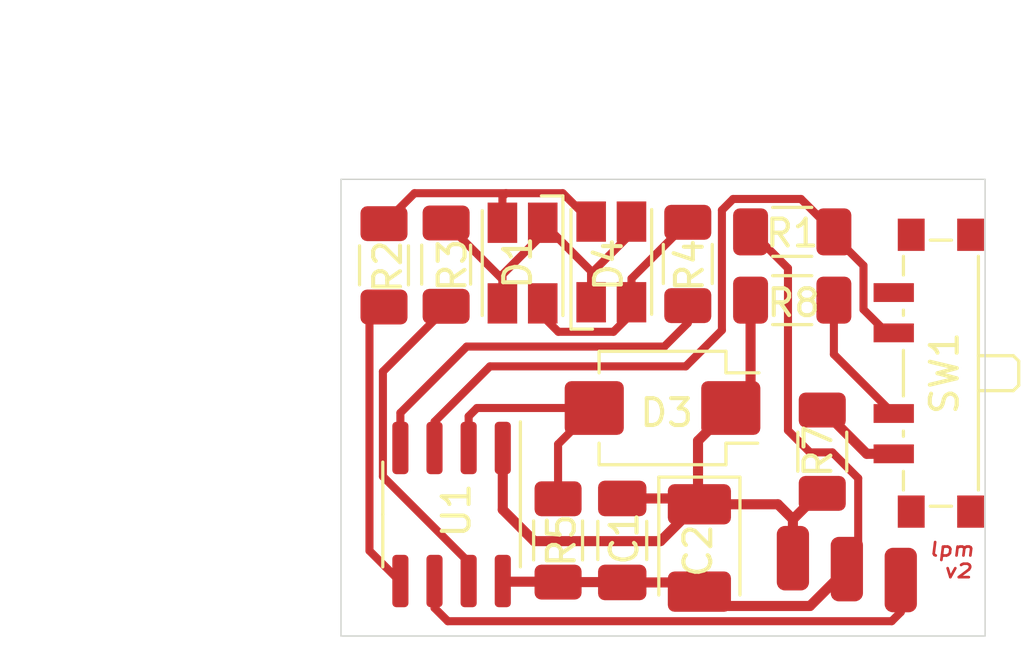
<source format=kicad_pcb>
(kicad_pcb (version 20171130) (host pcbnew "(5.1.10)-1")

  (general
    (thickness 0.8)
    (drawings 9)
    (tracks 102)
    (zones 0)
    (modules 17)
    (nets 15)
  )

  (page A4)
  (layers
    (0 F.Cu signal)
    (31 B.Cu signal)
    (32 B.Adhes user)
    (33 F.Adhes user)
    (34 B.Paste user)
    (35 F.Paste user)
    (36 B.SilkS user)
    (37 F.SilkS user)
    (38 B.Mask user)
    (39 F.Mask user)
    (40 Dwgs.User user)
    (41 Cmts.User user)
    (42 Eco1.User user)
    (43 Eco2.User user)
    (44 Edge.Cuts user)
    (45 Margin user)
    (46 B.CrtYd user)
    (47 F.CrtYd user)
    (48 B.Fab user)
    (49 F.Fab user hide)
  )

  (setup
    (last_trace_width 0.25)
    (user_trace_width 0.3)
    (user_trace_width 0.375)
    (trace_clearance 0.2)
    (zone_clearance 0.508)
    (zone_45_only no)
    (trace_min 0.2)
    (via_size 0.8)
    (via_drill 0.4)
    (via_min_size 0.4)
    (via_min_drill 0.3)
    (uvia_size 0.3)
    (uvia_drill 0.1)
    (uvias_allowed no)
    (uvia_min_size 0.2)
    (uvia_min_drill 0.1)
    (edge_width 0.1)
    (segment_width 0.2)
    (pcb_text_width 0.3)
    (pcb_text_size 1.5 1.5)
    (mod_edge_width 0.15)
    (mod_text_size 1 1)
    (mod_text_width 0.15)
    (pad_size 1.5 1)
    (pad_drill 0)
    (pad_to_mask_clearance 0)
    (aux_axis_origin 0 0)
    (visible_elements 7FFFFFFF)
    (pcbplotparams
      (layerselection 0x20080_7ffffffe)
      (usegerberextensions false)
      (usegerberattributes true)
      (usegerberadvancedattributes true)
      (creategerberjobfile true)
      (excludeedgelayer false)
      (linewidth 0.100000)
      (plotframeref false)
      (viasonmask false)
      (mode 1)
      (useauxorigin false)
      (hpglpennumber 1)
      (hpglpenspeed 20)
      (hpglpendiameter 15.000000)
      (psnegative false)
      (psa4output false)
      (plotreference true)
      (plotvalue true)
      (plotinvisibletext true)
      (padsonsilk true)
      (subtractmaskfromsilk false)
      (outputformat 5)
      (mirror false)
      (drillshape 1)
      (scaleselection 1)
      (outputdirectory ""))
  )

  (net 0 "")
  (net 1 VCC)
  (net 2 GND)
  (net 3 "Net-(D1-Pad1)")
  (net 4 "Net-(D1-Pad3)")
  (net 5 "Net-(D1-Pad2)")
  (net 6 "Net-(D3-Pad2)")
  (net 7 "Net-(R1-Pad1)")
  (net 8 "Net-(R2-Pad2)")
  (net 9 "Net-(R3-Pad2)")
  (net 10 "Net-(R4-Pad2)")
  (net 11 "Net-(R7-Pad2)")
  (net 12 "Net-(R8-Pad2)")
  (net 13 "Net-(SW1-Pad4)")
  (net 14 "Net-(U1-Pad6)")

  (net_class Default "This is the default net class."
    (clearance 0.2)
    (trace_width 0.25)
    (via_dia 0.8)
    (via_drill 0.4)
    (uvia_dia 0.3)
    (uvia_drill 0.1)
    (add_net GND)
    (add_net "Net-(D1-Pad1)")
    (add_net "Net-(D1-Pad2)")
    (add_net "Net-(D1-Pad3)")
    (add_net "Net-(D3-Pad2)")
    (add_net "Net-(R1-Pad1)")
    (add_net "Net-(R2-Pad2)")
    (add_net "Net-(R3-Pad2)")
    (add_net "Net-(R4-Pad2)")
    (add_net "Net-(R7-Pad2)")
    (add_net "Net-(R8-Pad2)")
    (add_net "Net-(SW1-Pad4)")
    (add_net "Net-(U1-Pad6)")
    (add_net VCC)
  )

  (module Connector_Wire:SolderWirePad_1x01_SMD_1x2mm (layer F.Cu) (tedit 61D0A3C7) (tstamp 61D0A70B)
    (at 95.6564 87.376)
    (descr "Wire Pad, Square, SMD Pad,  5mm x 10mm,")
    (tags "MesurementPoint Square SMDPad 5mmx10mm ")
    (attr virtual)
    (fp_text reference UPDI (at 2.7178 3.4798) (layer F.SilkS) hide
      (effects (font (size 1 1) (thickness 0.15)))
    )
    (fp_text value "" (at 0.7874 6.0452) (layer F.Fab)
      (effects (font (size 1 1) (thickness 0.15)))
    )
    (fp_line (start -0.63 1.27) (end -0.63 -1.27) (layer F.Fab) (width 0.1))
    (fp_line (start 0.63 1.27) (end -0.63 1.27) (layer F.Fab) (width 0.1))
    (fp_line (start 0.63 -1.27) (end 0.63 1.27) (layer F.Fab) (width 0.1))
    (fp_line (start -0.63 -1.27) (end 0.63 -1.27) (layer F.Fab) (width 0.1))
    (fp_line (start -0.63 -1.27) (end -0.63 1.27) (layer F.CrtYd) (width 0.05))
    (fp_line (start -0.63 1.27) (end 0.63 1.27) (layer F.CrtYd) (width 0.05))
    (fp_line (start 0.63 1.27) (end 0.63 -1.27) (layer F.CrtYd) (width 0.05))
    (fp_line (start 0.63 -1.27) (end -0.63 -1.27) (layer F.CrtYd) (width 0.05))
    (fp_text user %R (at 1.8288 2.3876) (layer F.Fab)
      (effects (font (size 1 1) (thickness 0.15)))
    )
    (pad 1 smd roundrect (at 0 0) (size 1.2 2.4) (layers F.Cu F.Mask) (roundrect_rratio 0.25)
      (net 14 "Net-(U1-Pad6)"))
  )

  (module Resistor_SMD:R_1206_3216Metric_Pad1.30x1.75mm_HandSolder (layer F.Cu) (tedit 5F68FEEE) (tstamp 61ACE7E0)
    (at 91.6178 76.962)
    (descr "Resistor SMD 1206 (3216 Metric), square (rectangular) end terminal, IPC_7351 nominal with elongated pad for handsoldering. (Body size source: IPC-SM-782 page 72, https://www.pcb-3d.com/wordpress/wp-content/uploads/ipc-sm-782a_amendment_1_and_2.pdf), generated with kicad-footprint-generator")
    (tags "resistor handsolder")
    (path /61AD75BA)
    (attr smd)
    (fp_text reference R8 (at 0.0508 0.1016) (layer F.SilkS)
      (effects (font (size 1 1) (thickness 0.15)))
    )
    (fp_text value 100k (at 0 1.82) (layer F.Fab)
      (effects (font (size 1 1) (thickness 0.15)))
    )
    (fp_line (start 2.45 1.12) (end -2.45 1.12) (layer F.CrtYd) (width 0.05))
    (fp_line (start 2.45 -1.12) (end 2.45 1.12) (layer F.CrtYd) (width 0.05))
    (fp_line (start -2.45 -1.12) (end 2.45 -1.12) (layer F.CrtYd) (width 0.05))
    (fp_line (start -2.45 1.12) (end -2.45 -1.12) (layer F.CrtYd) (width 0.05))
    (fp_line (start -0.727064 0.91) (end 0.727064 0.91) (layer F.SilkS) (width 0.12))
    (fp_line (start -0.727064 -0.91) (end 0.727064 -0.91) (layer F.SilkS) (width 0.12))
    (fp_line (start 1.6 0.8) (end -1.6 0.8) (layer F.Fab) (width 0.1))
    (fp_line (start 1.6 -0.8) (end 1.6 0.8) (layer F.Fab) (width 0.1))
    (fp_line (start -1.6 -0.8) (end 1.6 -0.8) (layer F.Fab) (width 0.1))
    (fp_line (start -1.6 0.8) (end -1.6 -0.8) (layer F.Fab) (width 0.1))
    (fp_text user %R (at 0 0) (layer F.Fab)
      (effects (font (size 0.8 0.8) (thickness 0.12)))
    )
    (pad 2 smd roundrect (at 1.55 0) (size 1.3 1.75) (layers F.Cu F.Paste F.Mask) (roundrect_rratio 0.1923069230769231)
      (net 12 "Net-(R8-Pad2)"))
    (pad 1 smd roundrect (at -1.55 0) (size 1.3 1.75) (layers F.Cu F.Paste F.Mask) (roundrect_rratio 0.1923069230769231)
      (net 1 VCC))
    (model ${KISYS3DMOD}/Resistor_SMD.3dshapes/R_1206_3216Metric.wrl
      (at (xyz 0 0 0))
      (scale (xyz 1 1 1))
      (rotate (xyz 0 0 0))
    )
  )

  (module Resistor_SMD:R_1206_3216Metric_Pad1.30x1.75mm_HandSolder (layer F.Cu) (tedit 5F68FEEE) (tstamp 61ACE769)
    (at 91.6178 74.422 180)
    (descr "Resistor SMD 1206 (3216 Metric), square (rectangular) end terminal, IPC_7351 nominal with elongated pad for handsoldering. (Body size source: IPC-SM-782 page 72, https://www.pcb-3d.com/wordpress/wp-content/uploads/ipc-sm-782a_amendment_1_and_2.pdf), generated with kicad-footprint-generator")
    (tags "resistor handsolder")
    (path /61AEF8BD)
    (attr smd)
    (fp_text reference R1 (at 0 -0.0508) (layer F.SilkS)
      (effects (font (size 1 1) (thickness 0.15)))
    )
    (fp_text value 249k (at 0 1.82) (layer F.Fab)
      (effects (font (size 1 1) (thickness 0.15)))
    )
    (fp_line (start 2.45 1.12) (end -2.45 1.12) (layer F.CrtYd) (width 0.05))
    (fp_line (start 2.45 -1.12) (end 2.45 1.12) (layer F.CrtYd) (width 0.05))
    (fp_line (start -2.45 -1.12) (end 2.45 -1.12) (layer F.CrtYd) (width 0.05))
    (fp_line (start -2.45 1.12) (end -2.45 -1.12) (layer F.CrtYd) (width 0.05))
    (fp_line (start -0.727064 0.91) (end 0.727064 0.91) (layer F.SilkS) (width 0.12))
    (fp_line (start -0.727064 -0.91) (end 0.727064 -0.91) (layer F.SilkS) (width 0.12))
    (fp_line (start 1.6 0.8) (end -1.6 0.8) (layer F.Fab) (width 0.1))
    (fp_line (start 1.6 -0.8) (end 1.6 0.8) (layer F.Fab) (width 0.1))
    (fp_line (start -1.6 -0.8) (end 1.6 -0.8) (layer F.Fab) (width 0.1))
    (fp_line (start -1.6 0.8) (end -1.6 -0.8) (layer F.Fab) (width 0.1))
    (fp_text user %R (at -0.024101 0.121099) (layer F.Fab)
      (effects (font (size 0.8 0.8) (thickness 0.12)))
    )
    (pad 2 smd roundrect (at 1.55 0 180) (size 1.3 1.75) (layers F.Cu F.Paste F.Mask) (roundrect_rratio 0.1923069230769231)
      (net 2 GND))
    (pad 1 smd roundrect (at -1.55 0 180) (size 1.3 1.75) (layers F.Cu F.Paste F.Mask) (roundrect_rratio 0.1923069230769231)
      (net 7 "Net-(R1-Pad1)"))
    (model ${KISYS3DMOD}/Resistor_SMD.3dshapes/R_1206_3216Metric.wrl
      (at (xyz 0 0 0))
      (scale (xyz 1 1 1))
      (rotate (xyz 0 0 0))
    )
  )

  (module Capacitor_Tantalum_SMD:CP_EIA-3528-21_Kemet-B_Pad1.50x2.35mm_HandSolder (layer F.Cu) (tedit 5EBA9318) (tstamp 61D0A0C4)
    (at 88.1634 86.1822 270)
    (descr "Tantalum Capacitor SMD Kemet-B (3528-21 Metric), IPC_7351 nominal, (Body size from: http://www.kemet.com/Lists/ProductCatalog/Attachments/253/KEM_TC101_STD.pdf), generated with kicad-footprint-generator")
    (tags "capacitor tantalum")
    (path /619D47E7)
    (attr smd)
    (fp_text reference C2 (at 0.1016 0.0508 90) (layer F.SilkS)
      (effects (font (size 1 1) (thickness 0.15)))
    )
    (fp_text value 68uF (at 4.6482 -0.0254 90) (layer F.Fab)
      (effects (font (size 1 1) (thickness 0.15)))
    )
    (fp_line (start 2.62 1.65) (end -2.62 1.65) (layer F.CrtYd) (width 0.05))
    (fp_line (start 2.62 -1.65) (end 2.62 1.65) (layer F.CrtYd) (width 0.05))
    (fp_line (start -2.62 -1.65) (end 2.62 -1.65) (layer F.CrtYd) (width 0.05))
    (fp_line (start -2.62 1.65) (end -2.62 -1.65) (layer F.CrtYd) (width 0.05))
    (fp_line (start -2.635 1.51) (end 1.75 1.51) (layer F.SilkS) (width 0.12))
    (fp_line (start -2.635 -1.51) (end -2.635 1.51) (layer F.SilkS) (width 0.12))
    (fp_line (start 1.75 -1.51) (end -2.635 -1.51) (layer F.SilkS) (width 0.12))
    (fp_line (start 1.75 1.4) (end 1.75 -1.4) (layer F.Fab) (width 0.1))
    (fp_line (start -1.75 1.4) (end 1.75 1.4) (layer F.Fab) (width 0.1))
    (fp_line (start -1.75 -0.7) (end -1.75 1.4) (layer F.Fab) (width 0.1))
    (fp_line (start -1.05 -1.4) (end -1.75 -0.7) (layer F.Fab) (width 0.1))
    (fp_line (start 1.75 -1.4) (end -1.05 -1.4) (layer F.Fab) (width 0.1))
    (fp_text user %R (at 0 0 90) (layer F.Fab)
      (effects (font (size 0.88 0.88) (thickness 0.13)))
    )
    (pad 2 smd roundrect (at 1.625 0 270) (size 1.5 2.35) (layers F.Cu F.Paste F.Mask) (roundrect_rratio 0.1666666666666667)
      (net 2 GND))
    (pad 1 smd roundrect (at -1.625 0 270) (size 1.5 2.35) (layers F.Cu F.Paste F.Mask) (roundrect_rratio 0.1666666666666667)
      (net 1 VCC))
    (model ${KISYS3DMOD}/Capacitor_Tantalum_SMD.3dshapes/CP_EIA-3528-21_Kemet-B.wrl
      (at (xyz 0 0 0))
      (scale (xyz 1 1 1))
      (rotate (xyz 0 0 0))
    )
  )

  (module Button_Switch_SMD:SW_SP3T_PCM13 (layer F.Cu) (tedit 61CDE790) (tstamp 61D0CCBF)
    (at 96.8248 79.6798 90)
    (descr "Ultraminiature Surface Mount Slide Switch, right-angle, https://www.ckswitches.com/media/1424/pcm.pdf")
    (path /619D02F8)
    (attr smd)
    (fp_text reference SW1 (at 0 0.4572 90) (layer F.SilkS)
      (effects (font (size 1 1) (thickness 0.15)))
    )
    (fp_text value SW_SP3T (at 0 4.25 90) (layer F.Fab)
      (effects (font (size 1 1) (thickness 0.15)))
    )
    (fp_line (start -0.65 1.6) (end -0.65 2.9) (layer F.Fab) (width 0.1))
    (fp_line (start -0.65 2.9) (end -0.45 3.1) (layer F.Fab) (width 0.1))
    (fp_line (start -0.45 3.1) (end 0.4 3.1) (layer F.Fab) (width 0.1))
    (fp_line (start 0.4 3.1) (end 0.55 2.95) (layer F.Fab) (width 0.1))
    (fp_line (start 0.55 2.95) (end 0.65 2.85) (layer F.Fab) (width 0.1))
    (fp_line (start 0.65 2.85) (end 0.65 1.6) (layer F.Fab) (width 0.1))
    (fp_line (start -4.85 1.6) (end -4.85 -0.95) (layer F.Fab) (width 0.1))
    (fp_line (start -4.85 -0.95) (end 4.85 -0.95) (layer F.Fab) (width 0.1))
    (fp_line (start 4.85 -0.95) (end 4.85 1.6) (layer F.Fab) (width 0.1))
    (fp_line (start 4.85 1.6) (end -4.8 1.6) (layer F.Fab) (width 0.1))
    (fp_line (start -4.35 -1.07) (end -3.65 -1.07) (layer F.SilkS) (width 0.12))
    (fp_line (start 3.65 -1.07) (end 4.35 -1.07) (layer F.SilkS) (width 0.12))
    (fp_line (start -2.35 -1.07) (end -2.15 -1.07) (layer F.SilkS) (width 0.12))
    (fp_line (start 2.15 -1.07) (end 2.35 -1.07) (layer F.SilkS) (width 0.12))
    (fp_line (start -5.9 -2.45) (end 5.9 -2.45) (layer F.CrtYd) (width 0.05))
    (fp_line (start 5.9 -2.45) (end 5.9 2.1) (layer F.CrtYd) (width 0.05))
    (fp_line (start 5.9 2.1) (end 2.4 2.1) (layer F.CrtYd) (width 0.05))
    (fp_line (start 2.4 2.1) (end 2.4 3.4) (layer F.CrtYd) (width 0.05))
    (fp_line (start 2.4 3.4) (end -2.4 3.4) (layer F.CrtYd) (width 0.05))
    (fp_line (start -2.4 3.4) (end -2.4 2.1) (layer F.CrtYd) (width 0.05))
    (fp_line (start -2.4 2.1) (end -5.9 2.1) (layer F.CrtYd) (width 0.05))
    (fp_line (start -5.9 2.1) (end -5.9 -2.45) (layer F.CrtYd) (width 0.05))
    (fp_line (start -0.65 3.02) (end -0.45 3.22) (layer F.SilkS) (width 0.12))
    (fp_line (start 0.65 3.02) (end 0.45 3.22) (layer F.SilkS) (width 0.12))
    (fp_line (start -0.65 1.72) (end -0.65 3.02) (layer F.SilkS) (width 0.12))
    (fp_line (start 0.45 3.22) (end -0.45 3.22) (layer F.SilkS) (width 0.12))
    (fp_line (start 0.65 3.02) (end 0.65 1.72) (layer F.SilkS) (width 0.12))
    (fp_line (start -4.35 1.72) (end 4.35 1.72) (layer F.SilkS) (width 0.12))
    (fp_line (start -0.85 -1.07) (end 0.85 -1.07) (layer F.SilkS) (width 0.12))
    (fp_line (start -4.95 -0.07) (end -4.95 0.72) (layer F.SilkS) (width 0.12))
    (fp_line (start 4.95 0.72) (end 4.95 -0.07) (layer F.SilkS) (width 0.12))
    (fp_text user %R (at 0.0508 0.381 90) (layer F.Fab)
      (effects (font (size 1 1) (thickness 0.15)))
    )
    (pad "" np_thru_hole circle (at -2.5 0.33 90) (size 0.9 0.9) (drill 0.9) (layers *.Cu *.Mask))
    (pad "" np_thru_hole circle (at 2.5 0.33 90) (size 0.9 0.9) (drill 0.9) (layers *.Cu *.Mask))
    (pad 1 smd rect (at -3 -1.43 90) (size 0.7 1.5) (layers F.Cu F.Paste F.Mask)
      (net 11 "Net-(R7-Pad2)"))
    (pad 2 smd rect (at -1.5 -1.43 90) (size 0.7 1.5) (layers F.Cu F.Paste F.Mask)
      (net 12 "Net-(R8-Pad2)"))
    (pad 3 smd rect (at 1.5 -1.43 90) (size 0.7 1.5) (layers F.Cu F.Paste F.Mask)
      (net 7 "Net-(R1-Pad1)"))
    (pad 4 smd rect (at 3 -1.43 90) (size 0.7 1.5) (layers F.Cu F.Paste F.Mask)
      (net 13 "Net-(SW1-Pad4)"))
    (pad "" smd rect (at -5.15 1.43 90) (size 1.2 1) (layers F.Cu F.Paste F.Mask))
    (pad "" smd rect (at 5.15 1.43 90) (size 1.2 1) (layers F.Cu F.Paste F.Mask))
    (pad "" smd rect (at 5.15 -0.78 90) (size 1.2 1) (layers F.Cu F.Paste F.Mask))
    (pad "" smd rect (at -5.15 -0.78 90) (size 1.2 1) (layers F.Cu F.Paste F.Mask))
    (model ${KISYS3DMOD}/Button_Switch_SMD.3dshapes/SW_SP3T_PCM13.wrl
      (at (xyz 0 0 0))
      (scale (xyz 1 1 1))
      (rotate (xyz 0 0 0))
    )
  )

  (module 2221-5245:LED_Avago_PLCC4_3.2x2.8mm_CW_datasheet (layer F.Cu) (tedit 61AF7809) (tstamp 61ACF28D)
    (at 84.8868 75.5396 90)
    (descr https://docs.broadcom.com/docs/AV02-4186EN)
    (tags "LED Avago PLCC-4 ASMB-MTB0-0A3A2")
    (path /61AD0331)
    (attr smd)
    (fp_text reference D1 (at -0.017522 -3.4798 90) (layer F.SilkS)
      (effects (font (size 1 1) (thickness 0.15)))
    )
    (fp_text value LED_Dual_ACAC (at 7.6708 0.0762 90) (layer F.Fab)
      (effects (font (size 1 1) (thickness 0.15)))
    )
    (fp_circle (center 0 0) (end 1.12 0) (layer F.Fab) (width 0.1))
    (fp_line (start 2.5 1.65) (end -2.5 1.65) (layer F.CrtYd) (width 0.05))
    (fp_line (start 2.5 1.65) (end 2.5 -1.65) (layer F.CrtYd) (width 0.05))
    (fp_line (start -2.5 -1.65) (end -2.5 1.65) (layer F.CrtYd) (width 0.05))
    (fp_line (start -2.5 -1.65) (end 2.5 -1.65) (layer F.CrtYd) (width 0.05))
    (fp_line (start -1.95 1.5) (end 1.95 1.5) (layer F.SilkS) (width 0.12))
    (fp_line (start -2.500044 -1.5) (end 1.95 -1.5) (layer F.SilkS) (width 0.12))
    (fp_line (start -2.5 -0.7) (end -2.5 -1.5) (layer F.SilkS) (width 0.12))
    (fp_line (start 1.6 -1.4) (end -1.6 -1.4) (layer F.Fab) (width 0.1))
    (fp_line (start 1.6 1.4) (end 1.6 -1.4) (layer F.Fab) (width 0.1))
    (fp_line (start -1.6 1.4) (end 1.6 1.4) (layer F.Fab) (width 0.1))
    (fp_line (start -1.6 -1.4) (end -1.6 1.4) (layer F.Fab) (width 0.1))
    (fp_line (start -0.6 -1.4) (end -1.6 -0.4) (layer F.Fab) (width 0.1))
    (fp_text user %R (at 0 0 90) (layer F.Fab)
      (effects (font (size 0.5 0.5) (thickness 0.075)))
    )
    (pad 3 smd rect (at -1.5 0.75 90) (size 1.5 1.1) (layers F.Cu F.Paste F.Mask)
      (net 4 "Net-(D1-Pad3)"))
    (pad 4 smd rect (at 1.5 0.75 90) (size 1.5 1.1) (layers F.Cu F.Paste F.Mask)
      (net 3 "Net-(D1-Pad1)"))
    (pad 2 smd rect (at 1.5 -0.75 90) (size 1.5 1.1) (layers F.Cu F.Paste F.Mask)
      (net 5 "Net-(D1-Pad2)"))
    (pad 1 smd rect (at -1.5 -0.75 90) (size 1.5 1.1) (layers F.Cu F.Paste F.Mask)
      (net 3 "Net-(D1-Pad1)"))
    (model ${KISYS3DMOD}/LED_SMD.3dshapes/LED_Avago_PLCC4_3.2x2.8mm_CW.wrl
      (at (xyz 0 0 0))
      (scale (xyz 1 1 1))
      (rotate (xyz 0 0 0))
    )
  )

  (module 2221-5245:LED_Avago_PLCC4_3.2x2.8mm_CW_datasheet (layer F.Cu) (tedit 61AF7809) (tstamp 61ACED8B)
    (at 81.5848 75.582522 270)
    (descr https://docs.broadcom.com/docs/AV02-4186EN)
    (tags "LED Avago PLCC-4 ASMB-MTB0-0A3A2")
    (path /61A1D867)
    (attr smd)
    (fp_text reference D4 (at 0.058678 -3.2004 270) (layer F.SilkS)
      (effects (font (size 1 1) (thickness 0.15)))
    )
    (fp_text value LED_Dual_ACAC (at -7.637522 0.0762 270) (layer F.Fab)
      (effects (font (size 1 1) (thickness 0.15)))
    )
    (fp_circle (center 0 0) (end 1.12 0) (layer F.Fab) (width 0.1))
    (fp_line (start 2.5 1.65) (end -2.5 1.65) (layer F.CrtYd) (width 0.05))
    (fp_line (start 2.5 1.65) (end 2.5 -1.65) (layer F.CrtYd) (width 0.05))
    (fp_line (start -2.5 -1.65) (end -2.5 1.65) (layer F.CrtYd) (width 0.05))
    (fp_line (start -2.5 -1.65) (end 2.5 -1.65) (layer F.CrtYd) (width 0.05))
    (fp_line (start -1.95 1.5) (end 1.95 1.5) (layer F.SilkS) (width 0.12))
    (fp_line (start -2.500044 -1.5) (end 1.95 -1.5) (layer F.SilkS) (width 0.12))
    (fp_line (start -2.5 -0.7) (end -2.5 -1.5) (layer F.SilkS) (width 0.12))
    (fp_line (start 1.6 -1.4) (end -1.6 -1.4) (layer F.Fab) (width 0.1))
    (fp_line (start 1.6 1.4) (end 1.6 -1.4) (layer F.Fab) (width 0.1))
    (fp_line (start -1.6 1.4) (end 1.6 1.4) (layer F.Fab) (width 0.1))
    (fp_line (start -1.6 -1.4) (end -1.6 1.4) (layer F.Fab) (width 0.1))
    (fp_line (start -0.6 -1.4) (end -1.6 -0.4) (layer F.Fab) (width 0.1))
    (fp_text user %R (at 0 0 270) (layer F.Fab)
      (effects (font (size 0.5 0.5) (thickness 0.075)))
    )
    (pad 3 smd rect (at -1.5 0.75 270) (size 1.5 1.1) (layers F.Cu F.Paste F.Mask)
      (net 5 "Net-(D1-Pad2)"))
    (pad 4 smd rect (at 1.5 0.75 270) (size 1.5 1.1) (layers F.Cu F.Paste F.Mask)
      (net 3 "Net-(D1-Pad1)"))
    (pad 2 smd rect (at 1.5 -0.75 270) (size 1.5 1.1) (layers F.Cu F.Paste F.Mask)
      (net 4 "Net-(D1-Pad3)"))
    (pad 1 smd rect (at -1.5 -0.75 270) (size 1.5 1.1) (layers F.Cu F.Paste F.Mask)
      (net 3 "Net-(D1-Pad1)"))
    (model ${KISYS3DMOD}/LED_SMD.3dshapes/LED_Avago_PLCC4_3.2x2.8mm_CW.wrl
      (at (xyz 0 0 0))
      (scale (xyz 1 1 1))
      (rotate (xyz 0 0 0))
    )
  )

  (module Package_SO:SOIC-8_3.9x4.9mm_P1.27mm (layer F.Cu) (tedit 5D9F72B1) (tstamp 61C883BA)
    (at 78.9432 84.9376 270)
    (descr "SOIC, 8 Pin (JEDEC MS-012AA, https://www.analog.com/media/en/package-pcb-resources/package/pkg_pdf/soic_narrow-r/r_8.pdf), generated with kicad-footprint-generator ipc_gullwing_generator.py")
    (tags "SOIC SO")
    (path /619CCD3F)
    (attr smd)
    (fp_text reference U1 (at -0.1524 -0.1778 90) (layer F.SilkS)
      (effects (font (size 1 1) (thickness 0.15)))
    )
    (fp_text value ATtiny412-SS (at 0 3.4 90) (layer F.Fab)
      (effects (font (size 1 1) (thickness 0.15)))
    )
    (fp_line (start 0 2.56) (end 1.95 2.56) (layer F.SilkS) (width 0.12))
    (fp_line (start 0 2.56) (end -1.95 2.56) (layer F.SilkS) (width 0.12))
    (fp_line (start 0 -2.56) (end 1.95 -2.56) (layer F.SilkS) (width 0.12))
    (fp_line (start 0 -2.56) (end -3.45 -2.56) (layer F.SilkS) (width 0.12))
    (fp_line (start -0.975 -2.45) (end 1.95 -2.45) (layer F.Fab) (width 0.1))
    (fp_line (start 1.95 -2.45) (end 1.95 2.45) (layer F.Fab) (width 0.1))
    (fp_line (start 1.95 2.45) (end -1.95 2.45) (layer F.Fab) (width 0.1))
    (fp_line (start -1.95 2.45) (end -1.95 -1.475) (layer F.Fab) (width 0.1))
    (fp_line (start -1.95 -1.475) (end -0.975 -2.45) (layer F.Fab) (width 0.1))
    (fp_line (start -3.7 -2.7) (end -3.7 2.7) (layer F.CrtYd) (width 0.05))
    (fp_line (start -3.7 2.7) (end 3.7 2.7) (layer F.CrtYd) (width 0.05))
    (fp_line (start 3.7 2.7) (end 3.7 -2.7) (layer F.CrtYd) (width 0.05))
    (fp_line (start 3.7 -2.7) (end -3.7 -2.7) (layer F.CrtYd) (width 0.05))
    (fp_text user %R (at 0 0 90) (layer F.Fab)
      (effects (font (size 0.98 0.98) (thickness 0.15)))
    )
    (pad 1 smd roundrect (at -2.475 -1.905 270) (size 1.95 0.6) (layers F.Cu F.Paste F.Mask) (roundrect_rratio 0.25)
      (net 1 VCC))
    (pad 2 smd roundrect (at -2.475 -0.635 270) (size 1.95 0.6) (layers F.Cu F.Paste F.Mask) (roundrect_rratio 0.25)
      (net 6 "Net-(D3-Pad2)"))
    (pad 3 smd roundrect (at -2.475 0.635 270) (size 1.95 0.6) (layers F.Cu F.Paste F.Mask) (roundrect_rratio 0.25)
      (net 7 "Net-(R1-Pad1)"))
    (pad 4 smd roundrect (at -2.475 1.905 270) (size 1.95 0.6) (layers F.Cu F.Paste F.Mask) (roundrect_rratio 0.25)
      (net 10 "Net-(R4-Pad2)"))
    (pad 5 smd roundrect (at 2.475 1.905 270) (size 1.95 0.6) (layers F.Cu F.Paste F.Mask) (roundrect_rratio 0.25)
      (net 8 "Net-(R2-Pad2)"))
    (pad 6 smd roundrect (at 2.475 0.635 270) (size 1.95 0.6) (layers F.Cu F.Paste F.Mask) (roundrect_rratio 0.25)
      (net 14 "Net-(U1-Pad6)"))
    (pad 7 smd roundrect (at 2.475 -0.635 270) (size 1.95 0.6) (layers F.Cu F.Paste F.Mask) (roundrect_rratio 0.25)
      (net 9 "Net-(R3-Pad2)"))
    (pad 8 smd roundrect (at 2.475 -1.905 270) (size 1.95 0.6) (layers F.Cu F.Paste F.Mask) (roundrect_rratio 0.25)
      (net 2 GND))
    (model ${KISYS3DMOD}/Package_SO.3dshapes/SOIC-8_3.9x4.9mm_P1.27mm.wrl
      (at (xyz 0 0 0))
      (scale (xyz 1 1 1))
      (rotate (xyz 0 0 0))
    )
  )

  (module Connector_Wire:SolderWirePad_1x01_SMD_1x2mm (layer F.Cu) (tedit 61D0A3DF) (tstamp 61AE44CE)
    (at 91.6432 86.5632)
    (descr "Wire Pad, Square, SMD Pad,  5mm x 10mm,")
    (tags "MesurementPoint Square SMDPad 5mmx10mm ")
    (attr virtual)
    (fp_text reference VCC (at -0.4064 4.3942) (layer F.SilkS) hide
      (effects (font (size 1 1) (thickness 0.15)))
    )
    (fp_text value "" (at 4.8514 5.1816) (layer F.Fab) hide
      (effects (font (size 1 1) (thickness 0.15)))
    )
    (fp_line (start 0.63 -1.27) (end -0.63 -1.27) (layer F.CrtYd) (width 0.05))
    (fp_line (start 0.63 1.27) (end 0.63 -1.27) (layer F.CrtYd) (width 0.05))
    (fp_line (start -0.63 1.27) (end 0.63 1.27) (layer F.CrtYd) (width 0.05))
    (fp_line (start -0.63 -1.27) (end -0.63 1.27) (layer F.CrtYd) (width 0.05))
    (fp_line (start -0.63 -1.27) (end 0.63 -1.27) (layer F.Fab) (width 0.1))
    (fp_line (start 0.63 -1.27) (end 0.63 1.27) (layer F.Fab) (width 0.1))
    (fp_line (start 0.63 1.27) (end -0.63 1.27) (layer F.Fab) (width 0.1))
    (fp_line (start -0.63 1.27) (end -0.63 -1.27) (layer F.Fab) (width 0.1))
    (fp_text user %R (at -0.9906 2.3114) (layer F.Fab)
      (effects (font (size 1 1) (thickness 0.15)))
    )
    (pad 1 smd roundrect (at 0 0) (size 1.2 2.4) (layers F.Cu F.Mask) (roundrect_rratio 0.25)
      (net 1 VCC))
  )

  (module Connector_Wire:SolderWirePad_1x01_SMD_1x2mm (layer F.Cu) (tedit 61D0A3D3) (tstamp 61AE448C)
    (at 93.6498 86.9696)
    (descr "Wire Pad, Square, SMD Pad,  5mm x 10mm,")
    (tags "MesurementPoint Square SMDPad 5mmx10mm ")
    (attr virtual)
    (fp_text reference GND (at 1.016 3.8989) (layer F.SilkS) hide
      (effects (font (size 1 1) (thickness 0.15)))
    )
    (fp_text value "" (at 2.4638 7.8232) (layer F.Fab)
      (effects (font (size 1 1) (thickness 0.15)))
    )
    (fp_line (start -0.63 1.27) (end -0.63 -1.27) (layer F.Fab) (width 0.1))
    (fp_line (start 0.63 1.27) (end -0.63 1.27) (layer F.Fab) (width 0.1))
    (fp_line (start 0.63 -1.27) (end 0.63 1.27) (layer F.Fab) (width 0.1))
    (fp_line (start -0.63 -1.27) (end 0.63 -1.27) (layer F.Fab) (width 0.1))
    (fp_line (start -0.63 -1.27) (end -0.63 1.27) (layer F.CrtYd) (width 0.05))
    (fp_line (start -0.63 1.27) (end 0.63 1.27) (layer F.CrtYd) (width 0.05))
    (fp_line (start 0.63 1.27) (end 0.63 -1.27) (layer F.CrtYd) (width 0.05))
    (fp_line (start 0.63 -1.27) (end -0.63 -1.27) (layer F.CrtYd) (width 0.05))
    (fp_text user %R (at 0 2.5146) (layer F.Fab)
      (effects (font (size 1 1) (thickness 0.15)))
    )
    (pad 1 smd roundrect (at 0 0) (size 1.2 2.4) (layers F.Cu F.Mask) (roundrect_rratio 0.25)
      (net 2 GND))
  )

  (module Capacitor_SMD:C_1206_3216Metric_Pad1.33x1.80mm_HandSolder (layer F.Cu) (tedit 5F68FEEF) (tstamp 61ACF492)
    (at 85.2932 85.9028 270)
    (descr "Capacitor SMD 1206 (3216 Metric), square (rectangular) end terminal, IPC_7351 nominal with elongated pad for handsoldering. (Body size source: IPC-SM-782 page 76, https://www.pcb-3d.com/wordpress/wp-content/uploads/ipc-sm-782a_amendment_1_and_2.pdf), generated with kicad-footprint-generator")
    (tags "capacitor handsolder")
    (path /619DFF84)
    (attr smd)
    (fp_text reference C1 (at -0.0762 -0.0762 90) (layer F.SilkS)
      (effects (font (size 1 1) (thickness 0.15)))
    )
    (fp_text value 100nF (at 4.826 -0.0762 90) (layer F.Fab)
      (effects (font (size 1 1) (thickness 0.15)))
    )
    (fp_line (start -1.6 0.8) (end -1.6 -0.8) (layer F.Fab) (width 0.1))
    (fp_line (start -1.6 -0.8) (end 1.6 -0.8) (layer F.Fab) (width 0.1))
    (fp_line (start 1.6 -0.8) (end 1.6 0.8) (layer F.Fab) (width 0.1))
    (fp_line (start 1.6 0.8) (end -1.6 0.8) (layer F.Fab) (width 0.1))
    (fp_line (start -0.711252 -0.91) (end 0.711252 -0.91) (layer F.SilkS) (width 0.12))
    (fp_line (start -0.711252 0.91) (end 0.711252 0.91) (layer F.SilkS) (width 0.12))
    (fp_line (start -2.48 1.15) (end -2.48 -1.15) (layer F.CrtYd) (width 0.05))
    (fp_line (start -2.48 -1.15) (end 2.48 -1.15) (layer F.CrtYd) (width 0.05))
    (fp_line (start 2.48 -1.15) (end 2.48 1.15) (layer F.CrtYd) (width 0.05))
    (fp_line (start 2.48 1.15) (end -2.48 1.15) (layer F.CrtYd) (width 0.05))
    (fp_text user %R (at 0 0 90) (layer F.Fab)
      (effects (font (size 0.8 0.8) (thickness 0.12)))
    )
    (pad 1 smd roundrect (at -1.5625 0 270) (size 1.325 1.8) (layers F.Cu F.Paste F.Mask) (roundrect_rratio 0.1886769811320755)
      (net 1 VCC))
    (pad 2 smd roundrect (at 1.5625 0 270) (size 1.325 1.8) (layers F.Cu F.Paste F.Mask) (roundrect_rratio 0.1886769811320755)
      (net 2 GND))
    (model ${KISYS3DMOD}/Capacitor_SMD.3dshapes/C_1206_3216Metric.wrl
      (at (xyz 0 0 0))
      (scale (xyz 1 1 1))
      (rotate (xyz 0 0 0))
    )
  )

  (module OptoDevice:Osram_SMD-DIL2_4.5x4.0mm (layer F.Cu) (tedit 5B870B94) (tstamp 61ACE742)
    (at 86.7918 80.9752 180)
    (descr "PhotoDiode, plastic SMD DIL, 4.5x4mm²")
    (tags "PhotoDiode plastic SMD DIL")
    (path /619CF287)
    (attr smd)
    (fp_text reference D3 (at -0.1524 -0.1778) (layer F.SilkS)
      (effects (font (size 1 1) (thickness 0.15)))
    )
    (fp_text value BPW34-SMD (at 2.8448 1.5748) (layer F.Fab)
      (effects (font (size 1 1) (thickness 0.15)))
    )
    (fp_line (start -3.59 1.31) (end -2.36 1.31) (layer F.SilkS) (width 0.12))
    (fp_line (start -2.36 1.31) (end -2.36 2.11) (layer F.SilkS) (width 0.12))
    (fp_line (start -2.36 2.11) (end 2.36 2.11) (layer F.SilkS) (width 0.12))
    (fp_line (start 2.36 2.11) (end 2.36 1.31) (layer F.SilkS) (width 0.12))
    (fp_line (start 2.36 -1.31) (end 2.36 -2.11) (layer F.SilkS) (width 0.12))
    (fp_line (start 2.36 -2.11) (end -2.36 -2.11) (layer F.SilkS) (width 0.12))
    (fp_line (start -2.36 -2.11) (end -2.36 -1.31) (layer F.SilkS) (width 0.12))
    (fp_line (start -2.36 -1.31) (end -3.54 -1.31) (layer F.SilkS) (width 0.12))
    (fp_line (start -2.25 -1) (end -2.25 2) (layer F.Fab) (width 0.1))
    (fp_line (start -2.25 -1) (end -1.25 -2) (layer F.Fab) (width 0.1))
    (fp_line (start -1.25 -2) (end 2.25 -2) (layer F.Fab) (width 0.1))
    (fp_line (start 2.25 -2) (end 2.25 2) (layer F.Fab) (width 0.1))
    (fp_line (start 2.25 2) (end -2.25 2) (layer F.Fab) (width 0.1))
    (fp_line (start 0.45 -0.38) (end 0.71 -0.38) (layer F.Fab) (width 0.1))
    (fp_line (start 0.45 -0.38) (end 0.45 -0.64) (layer F.Fab) (width 0.1))
    (fp_line (start -0.05 -0.38) (end 0.2 -0.38) (layer F.Fab) (width 0.1))
    (fp_line (start -0.05 -0.38) (end -0.05 -0.64) (layer F.Fab) (width 0.1))
    (fp_line (start 0.71 -1.14) (end -0.05 -0.38) (layer F.Fab) (width 0.1))
    (fp_line (start 1.22 -1.14) (end 0.45 -0.38) (layer F.Fab) (width 0.1))
    (fp_line (start -0.31 0.64) (end 0.33 0) (layer F.Fab) (width 0.1))
    (fp_line (start 0.33 0) (end 0.33 1.27) (layer F.Fab) (width 0.1))
    (fp_line (start 0.33 1.27) (end -0.31 0.64) (layer F.Fab) (width 0.1))
    (fp_line (start -0.31 0) (end -0.31 1.27) (layer F.Fab) (width 0.1))
    (fp_line (start -1.27 0.64) (end 1.27 0.64) (layer F.Fab) (width 0.1))
    (fp_line (start -3.89 -2.25) (end 3.89 -2.25) (layer F.CrtYd) (width 0.05))
    (fp_line (start -3.89 -2.25) (end -3.89 2.25) (layer F.CrtYd) (width 0.05))
    (fp_line (start 3.89 2.25) (end 3.89 -2.25) (layer F.CrtYd) (width 0.05))
    (fp_line (start 3.89 2.25) (end -3.89 2.25) (layer F.CrtYd) (width 0.05))
    (fp_text user %R (at -0.8636 -1.7018) (layer F.Fab)
      (effects (font (size 1 1) (thickness 0.15)))
    )
    (pad 2 smd roundrect (at 2.54 0) (size 2.2 2) (layers F.Cu F.Paste F.Mask) (roundrect_rratio 0.125)
      (net 6 "Net-(D3-Pad2)"))
    (pad 1 smd roundrect (at -2.54 0) (size 2.2 2) (layers F.Cu F.Paste F.Mask) (roundrect_rratio 0.125)
      (net 1 VCC))
    (model ${KISYS3DMOD}/OptoDevice.3dshapes/Osram_SMD-DIL2_4.5x4.0mm.wrl
      (at (xyz 0 0 0))
      (scale (xyz 1 1 1))
      (rotate (xyz 0 0 0))
    )
  )

  (module Resistor_SMD:R_1206_3216Metric_Pad1.30x1.75mm_HandSolder (layer F.Cu) (tedit 5F68FEEE) (tstamp 61ACE77A)
    (at 76.4286 75.6666 270)
    (descr "Resistor SMD 1206 (3216 Metric), square (rectangular) end terminal, IPC_7351 nominal with elongated pad for handsoldering. (Body size source: IPC-SM-782 page 72, https://www.pcb-3d.com/wordpress/wp-content/uploads/ipc-sm-782a_amendment_1_and_2.pdf), generated with kicad-footprint-generator")
    (tags "resistor handsolder")
    (path /61ADC42F)
    (attr smd)
    (fp_text reference R2 (at 0.0508 -0.1419 90) (layer F.SilkS)
      (effects (font (size 1 1) (thickness 0.15)))
    )
    (fp_text value 220 (at -4.0132 0.0508 90) (layer F.Fab)
      (effects (font (size 1 1) (thickness 0.15)))
    )
    (fp_line (start -1.6 0.8) (end -1.6 -0.8) (layer F.Fab) (width 0.1))
    (fp_line (start -1.6 -0.8) (end 1.6 -0.8) (layer F.Fab) (width 0.1))
    (fp_line (start 1.6 -0.8) (end 1.6 0.8) (layer F.Fab) (width 0.1))
    (fp_line (start 1.6 0.8) (end -1.6 0.8) (layer F.Fab) (width 0.1))
    (fp_line (start -0.727064 -0.91) (end 0.727064 -0.91) (layer F.SilkS) (width 0.12))
    (fp_line (start -0.727064 0.91) (end 0.727064 0.91) (layer F.SilkS) (width 0.12))
    (fp_line (start -2.45 1.12) (end -2.45 -1.12) (layer F.CrtYd) (width 0.05))
    (fp_line (start -2.45 -1.12) (end 2.45 -1.12) (layer F.CrtYd) (width 0.05))
    (fp_line (start 2.45 -1.12) (end 2.45 1.12) (layer F.CrtYd) (width 0.05))
    (fp_line (start 2.45 1.12) (end -2.45 1.12) (layer F.CrtYd) (width 0.05))
    (fp_text user %R (at 0 0 90) (layer F.Fab)
      (effects (font (size 0.8 0.8) (thickness 0.12)))
    )
    (pad 1 smd roundrect (at -1.55 0 270) (size 1.3 1.75) (layers F.Cu F.Paste F.Mask) (roundrect_rratio 0.1923069230769231)
      (net 5 "Net-(D1-Pad2)"))
    (pad 2 smd roundrect (at 1.55 0 270) (size 1.3 1.75) (layers F.Cu F.Paste F.Mask) (roundrect_rratio 0.1923069230769231)
      (net 8 "Net-(R2-Pad2)"))
    (model ${KISYS3DMOD}/Resistor_SMD.3dshapes/R_1206_3216Metric.wrl
      (at (xyz 0 0 0))
      (scale (xyz 1 1 1))
      (rotate (xyz 0 0 0))
    )
  )

  (module Resistor_SMD:R_1206_3216Metric_Pad1.30x1.75mm_HandSolder (layer F.Cu) (tedit 5F68FEEE) (tstamp 61C898B4)
    (at 78.74 75.6412 270)
    (descr "Resistor SMD 1206 (3216 Metric), square (rectangular) end terminal, IPC_7351 nominal with elongated pad for handsoldering. (Body size source: IPC-SM-782 page 72, https://www.pcb-3d.com/wordpress/wp-content/uploads/ipc-sm-782a_amendment_1_and_2.pdf), generated with kicad-footprint-generator")
    (tags "resistor handsolder")
    (path /61ADCD53)
    (attr smd)
    (fp_text reference R3 (at 0.0254 -0.2308 90) (layer F.SilkS)
      (effects (font (size 1 1) (thickness 0.15)))
    )
    (fp_text value 220 (at -4.0386 0 90) (layer F.Fab)
      (effects (font (size 1 1) (thickness 0.15)))
    )
    (fp_line (start 2.45 1.12) (end -2.45 1.12) (layer F.CrtYd) (width 0.05))
    (fp_line (start 2.45 -1.12) (end 2.45 1.12) (layer F.CrtYd) (width 0.05))
    (fp_line (start -2.45 -1.12) (end 2.45 -1.12) (layer F.CrtYd) (width 0.05))
    (fp_line (start -2.45 1.12) (end -2.45 -1.12) (layer F.CrtYd) (width 0.05))
    (fp_line (start -0.727064 0.91) (end 0.727064 0.91) (layer F.SilkS) (width 0.12))
    (fp_line (start -0.727064 -0.91) (end 0.727064 -0.91) (layer F.SilkS) (width 0.12))
    (fp_line (start 1.6 0.8) (end -1.6 0.8) (layer F.Fab) (width 0.1))
    (fp_line (start 1.6 -0.8) (end 1.6 0.8) (layer F.Fab) (width 0.1))
    (fp_line (start -1.6 -0.8) (end 1.6 -0.8) (layer F.Fab) (width 0.1))
    (fp_line (start -1.6 0.8) (end -1.6 -0.8) (layer F.Fab) (width 0.1))
    (fp_text user %R (at 0.131099 -0.022501 90) (layer F.Fab)
      (effects (font (size 0.8 0.8) (thickness 0.12)))
    )
    (pad 2 smd roundrect (at 1.55 0 270) (size 1.3 1.75) (layers F.Cu F.Paste F.Mask) (roundrect_rratio 0.1923069230769231)
      (net 9 "Net-(R3-Pad2)"))
    (pad 1 smd roundrect (at -1.55 0 270) (size 1.3 1.75) (layers F.Cu F.Paste F.Mask) (roundrect_rratio 0.1923069230769231)
      (net 3 "Net-(D1-Pad1)"))
    (model ${KISYS3DMOD}/Resistor_SMD.3dshapes/R_1206_3216Metric.wrl
      (at (xyz 0 0 0))
      (scale (xyz 1 1 1))
      (rotate (xyz 0 0 0))
    )
  )

  (module Resistor_SMD:R_1206_3216Metric_Pad1.30x1.75mm_HandSolder (layer F.Cu) (tedit 5F68FEEE) (tstamp 61D0F07B)
    (at 87.7316 75.6158 270)
    (descr "Resistor SMD 1206 (3216 Metric), square (rectangular) end terminal, IPC_7351 nominal with elongated pad for handsoldering. (Body size source: IPC-SM-782 page 72, https://www.pcb-3d.com/wordpress/wp-content/uploads/ipc-sm-782a_amendment_1_and_2.pdf), generated with kicad-footprint-generator")
    (tags "resistor handsolder")
    (path /61ADD528)
    (attr smd)
    (fp_text reference R4 (at 0.0508 -0.0657 90) (layer F.SilkS)
      (effects (font (size 1 1) (thickness 0.15)))
    )
    (fp_text value 220 (at -3.9116 0.0254 90) (layer F.Fab)
      (effects (font (size 1 1) (thickness 0.15)))
    )
    (fp_line (start -1.6 0.8) (end -1.6 -0.8) (layer F.Fab) (width 0.1))
    (fp_line (start -1.6 -0.8) (end 1.6 -0.8) (layer F.Fab) (width 0.1))
    (fp_line (start 1.6 -0.8) (end 1.6 0.8) (layer F.Fab) (width 0.1))
    (fp_line (start 1.6 0.8) (end -1.6 0.8) (layer F.Fab) (width 0.1))
    (fp_line (start -0.727064 -0.91) (end 0.727064 -0.91) (layer F.SilkS) (width 0.12))
    (fp_line (start -0.727064 0.91) (end 0.727064 0.91) (layer F.SilkS) (width 0.12))
    (fp_line (start -2.45 1.12) (end -2.45 -1.12) (layer F.CrtYd) (width 0.05))
    (fp_line (start -2.45 -1.12) (end 2.45 -1.12) (layer F.CrtYd) (width 0.05))
    (fp_line (start 2.45 -1.12) (end 2.45 1.12) (layer F.CrtYd) (width 0.05))
    (fp_line (start 2.45 1.12) (end -2.45 1.12) (layer F.CrtYd) (width 0.05))
    (fp_text user %R (at 0 0 90) (layer F.Fab)
      (effects (font (size 0.8 0.8) (thickness 0.12)))
    )
    (pad 1 smd roundrect (at -1.55 0 270) (size 1.3 1.75) (layers F.Cu F.Paste F.Mask) (roundrect_rratio 0.1923069230769231)
      (net 4 "Net-(D1-Pad3)"))
    (pad 2 smd roundrect (at 1.55 0 270) (size 1.3 1.75) (layers F.Cu F.Paste F.Mask) (roundrect_rratio 0.1923069230769231)
      (net 10 "Net-(R4-Pad2)"))
    (model ${KISYS3DMOD}/Resistor_SMD.3dshapes/R_1206_3216Metric.wrl
      (at (xyz 0 0 0))
      (scale (xyz 1 1 1))
      (rotate (xyz 0 0 0))
    )
  )

  (module Resistor_SMD:R_1206_3216Metric_Pad1.30x1.75mm_HandSolder (layer F.Cu) (tedit 5F68FEEE) (tstamp 61ACE7AD)
    (at 82.9056 85.9028 270)
    (descr "Resistor SMD 1206 (3216 Metric), square (rectangular) end terminal, IPC_7351 nominal with elongated pad for handsoldering. (Body size source: IPC-SM-782 page 72, https://www.pcb-3d.com/wordpress/wp-content/uploads/ipc-sm-782a_amendment_1_and_2.pdf), generated with kicad-footprint-generator")
    (tags "resistor handsolder")
    (path /61A1931F)
    (attr smd)
    (fp_text reference R5 (at 0 -0.127 90) (layer F.SilkS)
      (effects (font (size 1 1) (thickness 0.15)))
    )
    (fp_text value 1k (at 3.3274 0 90) (layer F.Fab)
      (effects (font (size 1 1) (thickness 0.15)))
    )
    (fp_line (start -1.6 0.8) (end -1.6 -0.8) (layer F.Fab) (width 0.1))
    (fp_line (start -1.6 -0.8) (end 1.6 -0.8) (layer F.Fab) (width 0.1))
    (fp_line (start 1.6 -0.8) (end 1.6 0.8) (layer F.Fab) (width 0.1))
    (fp_line (start 1.6 0.8) (end -1.6 0.8) (layer F.Fab) (width 0.1))
    (fp_line (start -0.727064 -0.91) (end 0.727064 -0.91) (layer F.SilkS) (width 0.12))
    (fp_line (start -0.727064 0.91) (end 0.727064 0.91) (layer F.SilkS) (width 0.12))
    (fp_line (start -2.45 1.12) (end -2.45 -1.12) (layer F.CrtYd) (width 0.05))
    (fp_line (start -2.45 -1.12) (end 2.45 -1.12) (layer F.CrtYd) (width 0.05))
    (fp_line (start 2.45 -1.12) (end 2.45 1.12) (layer F.CrtYd) (width 0.05))
    (fp_line (start 2.45 1.12) (end -2.45 1.12) (layer F.CrtYd) (width 0.05))
    (fp_text user %R (at 0 0 90) (layer F.Fab)
      (effects (font (size 0.8 0.8) (thickness 0.12)))
    )
    (pad 1 smd roundrect (at -1.55 0 270) (size 1.3 1.75) (layers F.Cu F.Paste F.Mask) (roundrect_rratio 0.1923069230769231)
      (net 6 "Net-(D3-Pad2)"))
    (pad 2 smd roundrect (at 1.55 0 270) (size 1.3 1.75) (layers F.Cu F.Paste F.Mask) (roundrect_rratio 0.1923069230769231)
      (net 2 GND))
    (model ${KISYS3DMOD}/Resistor_SMD.3dshapes/R_1206_3216Metric.wrl
      (at (xyz 0 0 0))
      (scale (xyz 1 1 1))
      (rotate (xyz 0 0 0))
    )
  )

  (module Resistor_SMD:R_1206_3216Metric_Pad1.30x1.75mm_HandSolder (layer F.Cu) (tedit 5F68FEEE) (tstamp 61ACEECE)
    (at 92.7354 82.6008 90)
    (descr "Resistor SMD 1206 (3216 Metric), square (rectangular) end terminal, IPC_7351 nominal with elongated pad for handsoldering. (Body size source: IPC-SM-782 page 72, https://www.pcb-3d.com/wordpress/wp-content/uploads/ipc-sm-782a_amendment_1_and_2.pdf), generated with kicad-footprint-generator")
    (tags "resistor handsolder")
    (path /61A1A379)
    (attr smd)
    (fp_text reference R7 (at 0.0254 -0.1524 90) (layer F.SilkS)
      (effects (font (size 1 1) (thickness 0.15)))
    )
    (fp_text value 480k (at -0.0762 -1.5748 90) (layer F.Fab)
      (effects (font (size 1 1) (thickness 0.15)))
    )
    (fp_line (start 2.45 1.12) (end -2.45 1.12) (layer F.CrtYd) (width 0.05))
    (fp_line (start 2.45 -1.12) (end 2.45 1.12) (layer F.CrtYd) (width 0.05))
    (fp_line (start -2.45 -1.12) (end 2.45 -1.12) (layer F.CrtYd) (width 0.05))
    (fp_line (start -2.45 1.12) (end -2.45 -1.12) (layer F.CrtYd) (width 0.05))
    (fp_line (start -0.727064 0.91) (end 0.727064 0.91) (layer F.SilkS) (width 0.12))
    (fp_line (start -0.727064 -0.91) (end 0.727064 -0.91) (layer F.SilkS) (width 0.12))
    (fp_line (start 1.6 0.8) (end -1.6 0.8) (layer F.Fab) (width 0.1))
    (fp_line (start 1.6 -0.8) (end 1.6 0.8) (layer F.Fab) (width 0.1))
    (fp_line (start -1.6 -0.8) (end 1.6 -0.8) (layer F.Fab) (width 0.1))
    (fp_line (start -1.6 0.8) (end -1.6 -0.8) (layer F.Fab) (width 0.1))
    (fp_text user %R (at 0 0) (layer F.Fab)
      (effects (font (size 0.8 0.8) (thickness 0.12)))
    )
    (pad 2 smd roundrect (at 1.55 0 90) (size 1.3 1.75) (layers F.Cu F.Paste F.Mask) (roundrect_rratio 0.1923069230769231)
      (net 11 "Net-(R7-Pad2)"))
    (pad 1 smd roundrect (at -1.55 0 90) (size 1.3 1.75) (layers F.Cu F.Paste F.Mask) (roundrect_rratio 0.1923069230769231)
      (net 1 VCC))
    (model ${KISYS3DMOD}/Resistor_SMD.3dshapes/R_1206_3216Metric.wrl
      (at (xyz 0 0 0))
      (scale (xyz 1 1 1))
      (rotate (xyz 0 0 0))
    )
  )

  (gr_text "lpm\n v2" (at 97.5614 86.6394) (layer F.Cu)
    (effects (font (size 0.5 0.6) (thickness 0.1) italic))
  )
  (gr_line (start 98.7933 72.4662) (end 74.803 89.4588) (layer Dwgs.User) (width 0.05))
  (gr_line (start 74.803 72.4662) (end 98.7806 89.4588) (layer Dwgs.User) (width 0.05))
  (gr_line (start 74.8284 72.4662) (end 98.7933 72.4662) (layer Edge.Cuts) (width 0.05))
  (gr_line (start 74.8284 89.4588) (end 74.8284 72.4662) (layer Edge.Cuts) (width 0.05))
  (gr_line (start 98.7933 89.4588) (end 74.8284 89.4588) (layer Edge.Cuts) (width 0.05))
  (gr_line (start 98.7933 72.4662) (end 98.7933 89.4588) (layer Edge.Cuts) (width 0.05))
  (dimension 16.9926 (width 0.15) (layer Dwgs.User)
    (gr_text "16,993 mm" (at 65.8068 80.9625 270) (layer Dwgs.User)
      (effects (font (size 1 1) (thickness 0.15)))
    )
    (feature1 (pts (xy 74.803 89.4588) (xy 66.520379 89.4588)))
    (feature2 (pts (xy 74.803 72.4662) (xy 66.520379 72.4662)))
    (crossbar (pts (xy 67.1068 72.4662) (xy 67.1068 89.4588)))
    (arrow1a (pts (xy 67.1068 89.4588) (xy 66.520379 88.332296)))
    (arrow1b (pts (xy 67.1068 89.4588) (xy 67.693221 88.332296)))
    (arrow2a (pts (xy 67.1068 72.4662) (xy 66.520379 73.592704)))
    (arrow2b (pts (xy 67.1068 72.4662) (xy 67.693221 73.592704)))
  )
  (dimension 23.9903 (width 0.15) (layer Dwgs.User)
    (gr_text "23,990 mm" (at 86.79815 66.4926) (layer Dwgs.User)
      (effects (font (size 1 1) (thickness 0.15)))
    )
    (feature1 (pts (xy 98.7933 72.4662) (xy 98.7933 67.206179)))
    (feature2 (pts (xy 74.803 72.4662) (xy 74.803 67.206179)))
    (crossbar (pts (xy 74.803 67.7926) (xy 98.7933 67.7926)))
    (arrow1a (pts (xy 98.7933 67.7926) (xy 97.666796 68.379021)))
    (arrow1b (pts (xy 98.7933 67.7926) (xy 97.666796 67.206179)))
    (arrow2a (pts (xy 74.803 67.7926) (xy 75.929504 68.379021)))
    (arrow2b (pts (xy 74.803 67.7926) (xy 75.929504 67.206179)))
  )

  (segment (start 89.1032 81.2038) (end 89.3318 80.9752) (width 0.3) (layer F.Cu) (net 1) (status 30))
  (segment (start 87.7687 84.3403) (end 88.0364 84.608) (width 0.375) (layer F.Cu) (net 1) (status 30))
  (segment (start 88.1126 82.1944) (end 89.3318 80.9752) (width 0.375) (layer F.Cu) (net 1) (status 20))
  (segment (start 88.1126 84.5826) (end 88.1126 82.1944) (width 0.375) (layer F.Cu) (net 1) (status 10))
  (segment (start 80.8482 82.488) (end 80.8482 84.7598) (width 0.375) (layer F.Cu) (net 1) (status 10))
  (segment (start 80.8482 84.7598) (end 82.0166 85.9282) (width 0.375) (layer F.Cu) (net 1))
  (segment (start 82.0166 85.9282) (end 86.7162 85.9282) (width 0.375) (layer F.Cu) (net 1))
  (segment (start 86.7162 85.9282) (end 88.0364 84.608) (width 0.375) (layer F.Cu) (net 1) (status 20))
  (segment (start 87.8703 84.3403) (end 88.1126 84.5826) (width 0.375) (layer F.Cu) (net 1) (status 30))
  (segment (start 85.2932 84.3403) (end 87.8703 84.3403) (width 0.375) (layer F.Cu) (net 1) (status 30))
  (segment (start 91.6432 85.116) (end 92.6846 84.0746) (width 0.375) (layer F.Cu) (net 1) (status 20))
  (segment (start 91.6432 86.5632) (end 91.6432 85.116) (width 0.375) (layer F.Cu) (net 1) (status 10))
  (segment (start 91.0844 84.5572) (end 91.6432 85.116) (width 0.375) (layer F.Cu) (net 1))
  (segment (start 88.1634 84.5572) (end 91.0844 84.5572) (width 0.375) (layer F.Cu) (net 1) (status 10))
  (segment (start 90.0678 80.2392) (end 90.0678 76.8096) (width 0.375) (layer F.Cu) (net 1) (status 30))
  (segment (start 89.3318 80.9752) (end 90.0678 80.2392) (width 0.375) (layer F.Cu) (net 1) (status 30))
  (segment (start 82.8908 87.438) (end 82.9056 87.4528) (width 0.375) (layer F.Cu) (net 2) (status 30))
  (segment (start 80.8482 87.438) (end 82.8908 87.438) (width 0.375) (layer F.Cu) (net 2) (status 30))
  (segment (start 85.2807 87.4528) (end 85.2932 87.4653) (width 0.375) (layer F.Cu) (net 2) (status 30))
  (segment (start 82.9056 87.4528) (end 85.2807 87.4528) (width 0.375) (layer F.Cu) (net 2) (status 30))
  (segment (start 87.7453 87.4653) (end 88.1126 87.8326) (width 0.375) (layer F.Cu) (net 2) (status 30))
  (segment (start 85.2932 87.4653) (end 87.7453 87.4653) (width 0.375) (layer F.Cu) (net 2) (status 30))
  (segment (start 91.45959 75.77461) (end 91.45959 81.80759) (width 0.3) (layer F.Cu) (net 2))
  (segment (start 91.45959 81.80759) (end 92.2782 82.6262) (width 0.3) (layer F.Cu) (net 2))
  (segment (start 93.109746 82.6262) (end 92.2782 82.6262) (width 0.3) (layer F.Cu) (net 2))
  (segment (start 94.072 83.588454) (end 93.109746 82.6262) (width 0.3) (layer F.Cu) (net 2))
  (segment (start 94.072 86.3696) (end 94.072 83.588454) (width 0.3) (layer F.Cu) (net 2) (status 10))
  (segment (start 93.472 86.9696) (end 94.072 86.3696) (width 0.3) (layer F.Cu) (net 2) (status 30))
  (segment (start 88.50691 88.15071) (end 88.1634 87.8072) (width 0.375) (layer F.Cu) (net 2) (status 30))
  (segment (start 93.6498 86.9696) (end 93.6498 87.7062) (width 0.375) (layer F.Cu) (net 2) (status 30))
  (segment (start 90.0678 74.38282) (end 91.45959 75.77461) (width 0.3) (layer F.Cu) (net 2) (status 10))
  (segment (start 90.0678 74.2696) (end 90.0678 74.38282) (width 0.3) (layer F.Cu) (net 2) (status 30))
  (segment (start 88.1634 87.8072) (end 88.6962 87.8072) (width 0.375) (layer F.Cu) (net 2))
  (segment (start 88.6962 87.8072) (end 89.2302 88.3412) (width 0.375) (layer F.Cu) (net 2))
  (segment (start 92.2782 88.3412) (end 89.2302 88.3412) (width 0.375) (layer F.Cu) (net 2))
  (segment (start 93.6498 86.9696) (end 92.2782 88.3412) (width 0.375) (layer F.Cu) (net 2))
  (segment (start 80.8348 76.186) (end 78.74 74.0912) (width 0.3) (layer F.Cu) (net 3) (status 20))
  (segment (start 80.8348 77.082522) (end 80.8348 76.186) (width 0.3) (layer F.Cu) (net 3) (status 10))
  (segment (start 82.3348 74.512524) (end 82.3348 74.082522) (width 0.3) (layer F.Cu) (net 3) (status 30))
  (segment (start 80.8348 76.012524) (end 82.3348 74.512524) (width 0.3) (layer F.Cu) (net 3) (status 20))
  (segment (start 80.8348 77.082522) (end 80.8348 76.012524) (width 0.3) (layer F.Cu) (net 3) (status 10))
  (segment (start 84.1368 75.884522) (end 82.3348 74.082522) (width 0.3) (layer F.Cu) (net 3) (status 20))
  (segment (start 84.1368 77.0396) (end 84.1368 75.884522) (width 0.3) (layer F.Cu) (net 3) (status 10))
  (segment (start 85.6368 74.469602) (end 85.6368 74.0396) (width 0.3) (layer F.Cu) (net 3) (status 30))
  (segment (start 84.1368 75.969602) (end 85.6368 74.469602) (width 0.3) (layer F.Cu) (net 3) (status 20))
  (segment (start 84.1368 77.0396) (end 84.1368 75.969602) (width 0.3) (layer F.Cu) (net 3) (status 10))
  (segment (start 85.6368 76.1606) (end 87.7316 74.0658) (width 0.3) (layer F.Cu) (net 4) (status 20))
  (segment (start 85.6368 77.0396) (end 85.6368 76.1606) (width 0.3) (layer F.Cu) (net 4) (status 10))
  (segment (start 85.6368 77.469602) (end 84.966801 78.139601) (width 0.3) (layer F.Cu) (net 4) (status 10))
  (segment (start 85.6368 77.0396) (end 85.6368 77.469602) (width 0.3) (layer F.Cu) (net 4) (status 30))
  (segment (start 82.3348 77.5596) (end 82.914801 78.139601) (width 0.3) (layer F.Cu) (net 4) (status 10))
  (segment (start 82.3348 77.082522) (end 82.3348 77.5596) (width 0.3) (layer F.Cu) (net 4) (status 30))
  (segment (start 84.966801 78.139601) (end 82.914801 78.139601) (width 0.3) (layer F.Cu) (net 4))
  (segment (start 83.079721 72.982521) (end 84.1368 74.0396) (width 0.3) (layer F.Cu) (net 5) (status 20))
  (segment (start 76.4286 74.1166) (end 77.562679 72.982521) (width 0.3) (layer F.Cu) (net 5) (status 10))
  (segment (start 80.8348 73.1146) (end 80.966879 72.982521) (width 0.3) (layer F.Cu) (net 5))
  (segment (start 80.8348 74.082522) (end 80.8348 73.1146) (width 0.3) (layer F.Cu) (net 5) (status 10))
  (segment (start 80.966879 72.982521) (end 83.079721 72.982521) (width 0.3) (layer F.Cu) (net 5))
  (segment (start 77.562679 72.982521) (end 80.966879 72.982521) (width 0.3) (layer F.Cu) (net 5))
  (segment (start 79.5782 82.2594) (end 79.5782 81.2844) (width 0.3) (layer F.Cu) (net 6) (status 10))
  (segment (start 83.6676 80.391) (end 84.2518 80.9752) (width 0.3) (layer F.Cu) (net 6) (status 30))
  (segment (start 82.9056 82.3214) (end 84.2518 80.9752) (width 0.3) (layer F.Cu) (net 6) (status 20))
  (segment (start 82.9056 84.3528) (end 82.9056 82.3214) (width 0.3) (layer F.Cu) (net 6) (status 10))
  (segment (start 79.8874 80.9752) (end 79.5782 81.2844) (width 0.3) (layer F.Cu) (net 6))
  (segment (start 84.2518 80.9752) (end 79.8874 80.9752) (width 0.3) (layer F.Cu) (net 6) (status 10))
  (segment (start 95.139398 78.1798) (end 94.269399 77.309801) (width 0.3) (layer F.Cu) (net 7) (status 10))
  (segment (start 95.3694 78.1798) (end 95.139398 78.1798) (width 0.3) (layer F.Cu) (net 7) (status 30))
  (segment (start 78.3082 81.513) (end 78.3082 82.488) (width 0.3) (layer F.Cu) (net 7) (status 30))
  (segment (start 94.269399 75.675999) (end 94.269399 77.309801) (width 0.3) (layer F.Cu) (net 7))
  (segment (start 93.1678 74.5744) (end 94.269399 75.675999) (width 0.3) (layer F.Cu) (net 7) (status 10))
  (segment (start 93.1678 74.2696) (end 93.1678 74.5744) (width 0.3) (layer F.Cu) (net 7) (status 30))
  (segment (start 89.419264 73.19699) (end 89.0016 73.614654) (width 0.3) (layer F.Cu) (net 7))
  (segment (start 91.94279 73.19699) (end 89.419264 73.19699) (width 0.3) (layer F.Cu) (net 7))
  (segment (start 93.1678 74.422) (end 91.94279 73.19699) (width 0.3) (layer F.Cu) (net 7) (status 10))
  (segment (start 78.3082 81.4876) (end 80.37 79.4258) (width 0.3) (layer F.Cu) (net 7) (status 10))
  (segment (start 78.3082 82.4626) (end 78.3082 81.4876) (width 0.3) (layer F.Cu) (net 7) (status 30))
  (segment (start 80.37 79.4258) (end 87.6554 79.4258) (width 0.3) (layer F.Cu) (net 7))
  (segment (start 87.6554 79.4258) (end 89.0016 78.0796) (width 0.3) (layer F.Cu) (net 7))
  (segment (start 89.0016 73.614654) (end 89.0016 78.0796) (width 0.3) (layer F.Cu) (net 7))
  (segment (start 75.88818 77.75702) (end 76.4286 77.2166) (width 0.3) (layer F.Cu) (net 8) (status 30))
  (segment (start 75.88818 86.28798) (end 75.88818 77.75702) (width 0.3) (layer F.Cu) (net 8) (status 20))
  (segment (start 77.0382 87.438) (end 75.88818 86.28798) (width 0.3) (layer F.Cu) (net 8) (status 10))
  (segment (start 78.7908 77.2166) (end 78.7908 77.242) (width 0.3) (layer F.Cu) (net 9) (status 30))
  (segment (start 79.5782 87.025876) (end 79.5782 87.438) (width 0.3) (layer F.Cu) (net 9) (status 30))
  (segment (start 76.38819 83.520114) (end 79.5782 86.710124) (width 0.3) (layer F.Cu) (net 9) (status 20))
  (segment (start 76.38819 79.61921) (end 76.38819 83.520114) (width 0.3) (layer F.Cu) (net 9))
  (segment (start 79.5782 86.710124) (end 79.5782 87.438) (width 0.3) (layer F.Cu) (net 9) (status 30))
  (segment (start 78.7908 77.2166) (end 76.38819 79.61921) (width 0.3) (layer F.Cu) (net 9) (status 10))
  (segment (start 77.0382 81.1574) (end 77.0382 82.2594) (width 0.3) (layer F.Cu) (net 10) (status 20))
  (segment (start 87.7316 77.8158) (end 86.8582 78.6892) (width 0.3) (layer F.Cu) (net 10))
  (segment (start 87.7316 77.1658) (end 87.7316 77.8158) (width 0.3) (layer F.Cu) (net 10) (status 10))
  (segment (start 79.5064 78.6892) (end 77.0382 81.1574) (width 0.3) (layer F.Cu) (net 10))
  (segment (start 86.8582 78.6892) (end 79.5064 78.6892) (width 0.3) (layer F.Cu) (net 10))
  (segment (start 94.3898 82.6798) (end 95.3694 82.6798) (width 0.375) (layer F.Cu) (net 11) (status 20))
  (segment (start 92.6846 80.9746) (end 94.3898 82.6798) (width 0.375) (layer F.Cu) (net 11) (status 10))
  (segment (start 93.1678 78.9782) (end 93.1678 76.8096) (width 0.3) (layer F.Cu) (net 12) (status 20))
  (segment (start 95.3694 81.1798) (end 93.1678 78.9782) (width 0.3) (layer F.Cu) (net 12) (status 10))
  (segment (start 78.3082 88.413) (end 78.3082 87.438) (width 0.3) (layer F.Cu) (net 14) (status 20))
  (segment (start 78.80241 88.90721) (end 78.3082 88.413) (width 0.3) (layer F.Cu) (net 14))
  (segment (start 95.31899 88.90721) (end 78.80241 88.90721) (width 0.3) (layer F.Cu) (net 14))
  (segment (start 95.6564 88.5698) (end 95.31899 88.90721) (width 0.3) (layer F.Cu) (net 14) (status 10))
  (segment (start 95.6564 87.376) (end 95.6564 88.5698) (width 0.3) (layer F.Cu) (net 14) (status 30))

)

</source>
